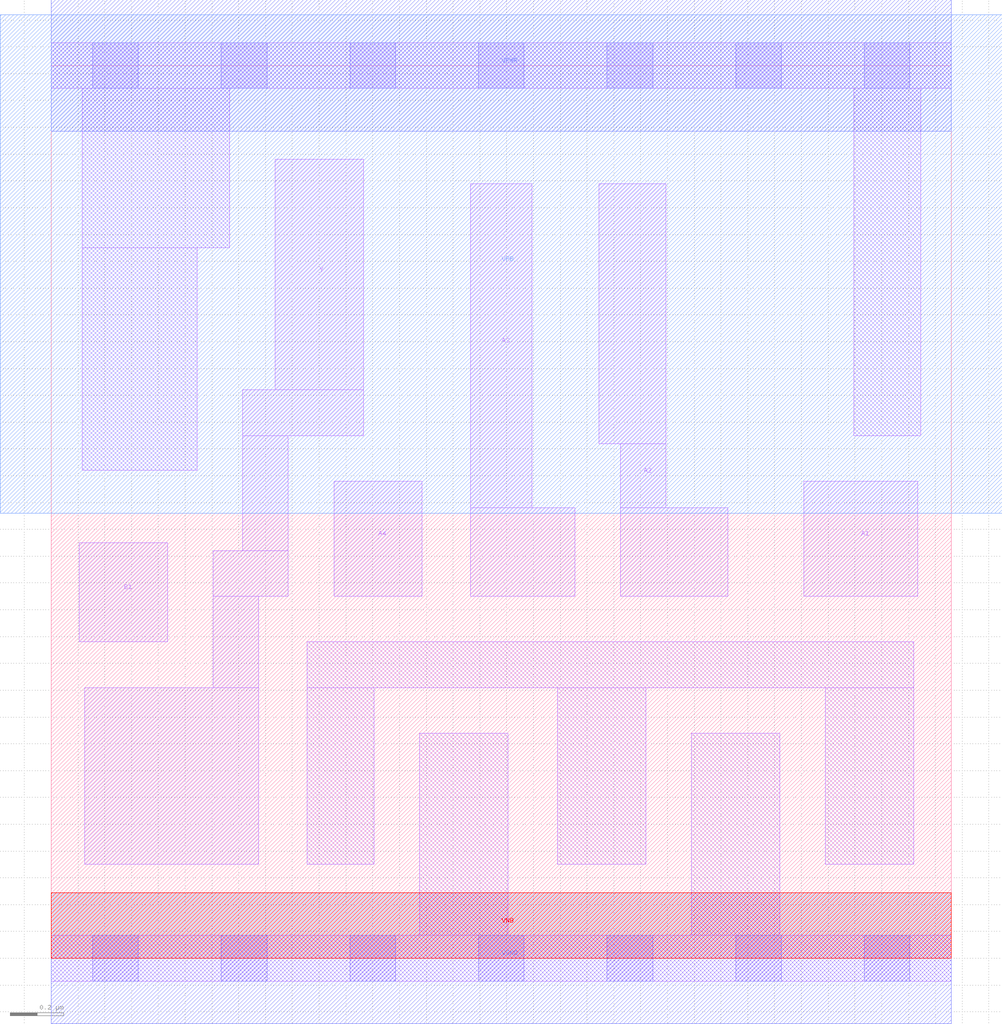
<source format=lef>
# Copyright 2020 The SkyWater PDK Authors
#
# Licensed under the Apache License, Version 2.0 (the "License");
# you may not use this file except in compliance with the License.
# You may obtain a copy of the License at
#
#     https://www.apache.org/licenses/LICENSE-2.0
#
# Unless required by applicable law or agreed to in writing, software
# distributed under the License is distributed on an "AS IS" BASIS,
# WITHOUT WARRANTIES OR CONDITIONS OF ANY KIND, either express or implied.
# See the License for the specific language governing permissions and
# limitations under the License.
#
# SPDX-License-Identifier: Apache-2.0

VERSION 5.7 ;
  NOWIREEXTENSIONATPIN ON ;
  DIVIDERCHAR "/" ;
  BUSBITCHARS "[]" ;
MACRO sky130_fd_sc_ls__o41ai_1
  CLASS CORE ;
  FOREIGN sky130_fd_sc_ls__o41ai_1 ;
  ORIGIN  0.000000  0.000000 ;
  SIZE  3.360000 BY  3.330000 ;
  SYMMETRY X Y ;
  SITE unit ;
  PIN A1
    ANTENNAGATEAREA  0.279000 ;
    DIRECTION INPUT ;
    USE SIGNAL ;
    PORT
      LAYER li1 ;
        RECT 2.810000 1.350000 3.235000 1.780000 ;
    END
  END A1
  PIN A2
    ANTENNAGATEAREA  0.279000 ;
    DIRECTION INPUT ;
    USE SIGNAL ;
    PORT
      LAYER li1 ;
        RECT 2.045000 1.920000 2.295000 2.890000 ;
        RECT 2.125000 1.350000 2.525000 1.680000 ;
        RECT 2.125000 1.680000 2.295000 1.920000 ;
    END
  END A2
  PIN A3
    ANTENNAGATEAREA  0.279000 ;
    DIRECTION INPUT ;
    USE SIGNAL ;
    PORT
      LAYER li1 ;
        RECT 1.565000 1.350000 1.955000 1.680000 ;
        RECT 1.565000 1.680000 1.795000 2.890000 ;
    END
  END A3
  PIN A4
    ANTENNAGATEAREA  0.279000 ;
    DIRECTION INPUT ;
    USE SIGNAL ;
    PORT
      LAYER li1 ;
        RECT 1.055000 1.350000 1.385000 1.780000 ;
    END
  END A4
  PIN B1
    ANTENNAGATEAREA  0.279000 ;
    DIRECTION INPUT ;
    USE SIGNAL ;
    PORT
      LAYER li1 ;
        RECT 0.105000 1.180000 0.435000 1.550000 ;
    END
  END B1
  PIN Y
    ANTENNADIFFAREA  0.602900 ;
    DIRECTION OUTPUT ;
    USE SIGNAL ;
    PORT
      LAYER li1 ;
        RECT 0.125000 0.350000 0.775000 1.010000 ;
        RECT 0.605000 1.010000 0.775000 1.350000 ;
        RECT 0.605000 1.350000 0.885000 1.520000 ;
        RECT 0.715000 1.520000 0.885000 1.950000 ;
        RECT 0.715000 1.950000 1.165000 2.120000 ;
        RECT 0.835000 2.120000 1.165000 2.980000 ;
    END
  END Y
  PIN VGND
    DIRECTION INOUT ;
    SHAPE ABUTMENT ;
    USE GROUND ;
    PORT
      LAYER met1 ;
        RECT 0.000000 -0.245000 3.360000 0.245000 ;
    END
  END VGND
  PIN VNB
    DIRECTION INOUT ;
    USE GROUND ;
    PORT
      LAYER pwell ;
        RECT 0.000000 0.000000 3.360000 0.245000 ;
    END
  END VNB
  PIN VPB
    DIRECTION INOUT ;
    USE POWER ;
    PORT
      LAYER nwell ;
        RECT -0.190000 1.660000 3.550000 3.520000 ;
    END
  END VPB
  PIN VPWR
    DIRECTION INOUT ;
    SHAPE ABUTMENT ;
    USE POWER ;
    PORT
      LAYER met1 ;
        RECT 0.000000 3.085000 3.360000 3.575000 ;
    END
  END VPWR
  OBS
    LAYER li1 ;
      RECT 0.000000 -0.085000 3.360000 0.085000 ;
      RECT 0.000000  3.245000 3.360000 3.415000 ;
      RECT 0.115000  1.820000 0.545000 2.650000 ;
      RECT 0.115000  2.650000 0.665000 3.245000 ;
      RECT 0.955000  0.350000 1.205000 1.010000 ;
      RECT 0.955000  1.010000 3.220000 1.180000 ;
      RECT 1.375000  0.085000 1.705000 0.840000 ;
      RECT 1.890000  0.350000 2.220000 1.010000 ;
      RECT 2.390000  0.085000 2.720000 0.840000 ;
      RECT 2.890000  0.350000 3.220000 1.010000 ;
      RECT 2.995000  1.950000 3.245000 3.245000 ;
    LAYER mcon ;
      RECT 0.155000 -0.085000 0.325000 0.085000 ;
      RECT 0.155000  3.245000 0.325000 3.415000 ;
      RECT 0.635000 -0.085000 0.805000 0.085000 ;
      RECT 0.635000  3.245000 0.805000 3.415000 ;
      RECT 1.115000 -0.085000 1.285000 0.085000 ;
      RECT 1.115000  3.245000 1.285000 3.415000 ;
      RECT 1.595000 -0.085000 1.765000 0.085000 ;
      RECT 1.595000  3.245000 1.765000 3.415000 ;
      RECT 2.075000 -0.085000 2.245000 0.085000 ;
      RECT 2.075000  3.245000 2.245000 3.415000 ;
      RECT 2.555000 -0.085000 2.725000 0.085000 ;
      RECT 2.555000  3.245000 2.725000 3.415000 ;
      RECT 3.035000 -0.085000 3.205000 0.085000 ;
      RECT 3.035000  3.245000 3.205000 3.415000 ;
  END
END sky130_fd_sc_ls__o41ai_1
END LIBRARY

</source>
